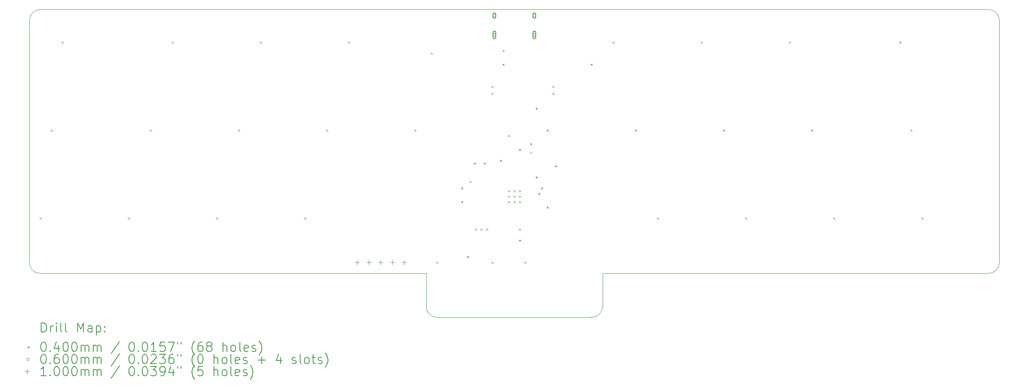
<source format=gbr>
%TF.GenerationSoftware,KiCad,Pcbnew,7.0.6*%
%TF.CreationDate,2023-07-16T23:36:36-04:00*%
%TF.ProjectId,littolRP2040,6c697474-6f6c-4525-9032-3034302e6b69,rev?*%
%TF.SameCoordinates,PX2d6b3a0PY7e098dc*%
%TF.FileFunction,Drillmap*%
%TF.FilePolarity,Positive*%
%FSLAX45Y45*%
G04 Gerber Fmt 4.5, Leading zero omitted, Abs format (unit mm)*
G04 Created by KiCad (PCBNEW 7.0.6) date 2023-07-16 23:36:36*
%MOMM*%
%LPD*%
G01*
G04 APERTURE LIST*
%ADD10C,0.100000*%
%ADD11C,0.200000*%
%ADD12C,0.040000*%
%ADD13C,0.060000*%
G04 APERTURE END LIST*
D10*
X0Y1180414D02*
G75*
G03*
X227912Y952502I227908J-3D01*
G01*
X238126Y6667519D02*
G75*
G03*
X0Y6429391I2J-238128D01*
G01*
X20716927Y952506D02*
G75*
G03*
X20955053Y1190628I1J238125D01*
G01*
X20955054Y6439605D02*
G75*
G03*
X20716927Y6667517I-233016J-5104D01*
G01*
X12144406Y-2D02*
G75*
G03*
X12382531Y238126I2J238123D01*
G01*
X8572522Y227912D02*
X8572522Y952502D01*
X12382531Y952502D02*
X12382531Y238126D01*
X8572527Y227912D02*
G75*
G03*
X8800433Y0I227911J-1D01*
G01*
X20955053Y6439605D02*
X20955053Y1190628D01*
X8572522Y952502D02*
X227912Y952502D01*
X20716927Y952502D02*
X12382531Y952502D01*
X238126Y6667517D02*
X20716927Y6667517D01*
X12144406Y0D02*
X8800433Y0D01*
X0Y1180414D02*
X0Y6429391D01*
D11*
D12*
X218126Y2163130D02*
X258126Y2123130D01*
X258126Y2163130D02*
X218126Y2123130D01*
X456251Y4068135D02*
X496251Y4028135D01*
X496251Y4068135D02*
X456251Y4028135D01*
X694377Y5973140D02*
X734377Y5933140D01*
X734377Y5973140D02*
X694377Y5933140D01*
X2123130Y2163130D02*
X2163130Y2123130D01*
X2163130Y2163130D02*
X2123130Y2123130D01*
X2599382Y4068135D02*
X2639382Y4028135D01*
X2639382Y4068135D02*
X2599382Y4028135D01*
X3075633Y5973140D02*
X3115633Y5933140D01*
X3115633Y5973140D02*
X3075633Y5933140D01*
X4028135Y2163130D02*
X4068135Y2123130D01*
X4068135Y2163130D02*
X4028135Y2123130D01*
X4504386Y4068135D02*
X4544386Y4028135D01*
X4544386Y4068135D02*
X4504386Y4028135D01*
X4980638Y5973140D02*
X5020638Y5933140D01*
X5020638Y5973140D02*
X4980638Y5933140D01*
X5933140Y2163130D02*
X5973140Y2123130D01*
X5973140Y2163130D02*
X5933140Y2123130D01*
X6409391Y4068135D02*
X6449391Y4028135D01*
X6449391Y4068135D02*
X6409391Y4028135D01*
X6885642Y5973140D02*
X6925642Y5933140D01*
X6925642Y5973140D02*
X6885642Y5933140D01*
X8314396Y4068135D02*
X8354396Y4028135D01*
X8354396Y4068135D02*
X8314396Y4028135D01*
X8671584Y5735014D02*
X8711584Y5695014D01*
X8711584Y5735014D02*
X8671584Y5695014D01*
X8790647Y1210628D02*
X8830647Y1170628D01*
X8830647Y1210628D02*
X8790647Y1170628D01*
X9326430Y2817976D02*
X9366430Y2777976D01*
X9366430Y2817976D02*
X9326430Y2777976D01*
X9326430Y2520319D02*
X9366430Y2480319D01*
X9366430Y2520319D02*
X9326430Y2480319D01*
X9445493Y1329691D02*
X9485493Y1289691D01*
X9485493Y1329691D02*
X9445493Y1289691D01*
X9505024Y2962351D02*
X9545024Y2922351D01*
X9545024Y2962351D02*
X9505024Y2922351D01*
X9600024Y3353758D02*
X9640024Y3313758D01*
X9640024Y3353758D02*
X9600024Y3313758D01*
X9624087Y1925005D02*
X9664087Y1885005D01*
X9664087Y1925005D02*
X9624087Y1885005D01*
X9743150Y1925005D02*
X9783150Y1885005D01*
X9783150Y1925005D02*
X9743150Y1885005D01*
X9814212Y3353758D02*
X9854212Y3313758D01*
X9854212Y3353758D02*
X9814212Y3313758D01*
X9862212Y1925005D02*
X9902212Y1885005D01*
X9902212Y1925005D02*
X9862212Y1885005D01*
X9981275Y5020638D02*
X10021275Y4980638D01*
X10021275Y5020638D02*
X9981275Y4980638D01*
X9981275Y4867356D02*
X10021275Y4827356D01*
X10021275Y4867356D02*
X9981275Y4827356D01*
X9981275Y1210628D02*
X10021275Y1170628D01*
X10021275Y1210628D02*
X9981275Y1170628D01*
X10159869Y3413290D02*
X10199869Y3373290D01*
X10199869Y3413290D02*
X10159869Y3373290D01*
X10219401Y5794546D02*
X10259401Y5754546D01*
X10259401Y5794546D02*
X10219401Y5754546D01*
X10219401Y5496889D02*
X10259401Y5456889D01*
X10259401Y5496889D02*
X10219401Y5456889D01*
X10338464Y3949072D02*
X10378464Y3909072D01*
X10378464Y3949072D02*
X10338464Y3909072D01*
X10338464Y2758444D02*
X10378464Y2718444D01*
X10378464Y2758444D02*
X10338464Y2718444D01*
X10338464Y2639382D02*
X10378464Y2599382D01*
X10378464Y2639382D02*
X10338464Y2599382D01*
X10338464Y2520319D02*
X10378464Y2480319D01*
X10378464Y2520319D02*
X10338464Y2480319D01*
X10457526Y2758444D02*
X10497526Y2718444D01*
X10497526Y2758444D02*
X10457526Y2718444D01*
X10457526Y2639382D02*
X10497526Y2599382D01*
X10497526Y2639382D02*
X10457526Y2599382D01*
X10457526Y2520319D02*
X10497526Y2480319D01*
X10497526Y2520319D02*
X10457526Y2480319D01*
X10576589Y3651415D02*
X10616589Y3611415D01*
X10616589Y3651415D02*
X10576589Y3611415D01*
X10576589Y2758444D02*
X10616589Y2718444D01*
X10616589Y2758444D02*
X10576589Y2718444D01*
X10576589Y2639382D02*
X10616589Y2599382D01*
X10616589Y2639382D02*
X10576589Y2599382D01*
X10576589Y2520319D02*
X10616589Y2480319D01*
X10616589Y2520319D02*
X10576589Y2480319D01*
X10576589Y1925005D02*
X10616589Y1885005D01*
X10616589Y1925005D02*
X10576589Y1885005D01*
X10576589Y1686879D02*
X10616589Y1646879D01*
X10616589Y1686879D02*
X10576589Y1646879D01*
X10695652Y1210628D02*
X10735652Y1170628D01*
X10735652Y1210628D02*
X10695652Y1170628D01*
X10814715Y3770478D02*
X10854715Y3730478D01*
X10854715Y3770478D02*
X10814715Y3730478D01*
X10814715Y3591884D02*
X10854715Y3551884D01*
X10854715Y3591884D02*
X10814715Y3551884D01*
X10933778Y4544386D02*
X10973778Y4504386D01*
X10973778Y4544386D02*
X10933778Y4504386D01*
X10933778Y3056101D02*
X10973778Y3016101D01*
X10973778Y3056101D02*
X10933778Y3016101D01*
X10993309Y2698913D02*
X11033309Y2658913D01*
X11033309Y2698913D02*
X10993309Y2658913D01*
X11052840Y2817976D02*
X11092840Y2777976D01*
X11092840Y2817976D02*
X11052840Y2777976D01*
X11171903Y4068135D02*
X11211903Y4028135D01*
X11211903Y4068135D02*
X11171903Y4028135D01*
X11171903Y2401256D02*
X11211903Y2361256D01*
X11211903Y2401256D02*
X11171903Y2361256D01*
X11290966Y5020638D02*
X11330966Y4980638D01*
X11330966Y5020638D02*
X11290966Y4980638D01*
X11290966Y4867356D02*
X11330966Y4827356D01*
X11330966Y4867356D02*
X11290966Y4827356D01*
X11350497Y3294227D02*
X11390497Y3254227D01*
X11390497Y3294227D02*
X11350497Y3254227D01*
X12124406Y5496889D02*
X12164406Y5456889D01*
X12164406Y5496889D02*
X12124406Y5456889D01*
X12600657Y5973140D02*
X12640657Y5933140D01*
X12640657Y5973140D02*
X12600657Y5933140D01*
X13076908Y4068135D02*
X13116908Y4028135D01*
X13116908Y4068135D02*
X13076908Y4028135D01*
X13553159Y2163130D02*
X13593159Y2123130D01*
X13593159Y2163130D02*
X13553159Y2123130D01*
X14505662Y5973140D02*
X14545662Y5933140D01*
X14545662Y5973140D02*
X14505662Y5933140D01*
X14981913Y4068135D02*
X15021913Y4028135D01*
X15021913Y4068135D02*
X14981913Y4028135D01*
X15458164Y2163130D02*
X15498164Y2123130D01*
X15498164Y2163130D02*
X15458164Y2123130D01*
X16410666Y5973140D02*
X16450666Y5933140D01*
X16450666Y5973140D02*
X16410666Y5933140D01*
X16886918Y4068135D02*
X16926918Y4028135D01*
X16926918Y4068135D02*
X16886918Y4028135D01*
X17363169Y2163130D02*
X17403169Y2123130D01*
X17403169Y2163130D02*
X17363169Y2123130D01*
X18791922Y5973140D02*
X18831922Y5933140D01*
X18831922Y5973140D02*
X18791922Y5933140D01*
X19030048Y4068135D02*
X19070048Y4028135D01*
X19070048Y4068135D02*
X19030048Y4028135D01*
X19268174Y2163130D02*
X19308174Y2123130D01*
X19308174Y2163130D02*
X19268174Y2123130D01*
D13*
X10075526Y6534391D02*
G75*
G03*
X10075526Y6534391I-30000J0D01*
G01*
D11*
X10015526Y6564391D02*
X10015526Y6504391D01*
X10015526Y6504391D02*
G75*
G03*
X10075526Y6504391I30000J0D01*
G01*
X10075526Y6504391D02*
X10075526Y6564391D01*
X10075526Y6564391D02*
G75*
G03*
X10015526Y6564391I-30000J0D01*
G01*
D13*
X10075526Y6116391D02*
G75*
G03*
X10075526Y6116391I-30000J0D01*
G01*
D11*
X10015526Y6171391D02*
X10015526Y6061391D01*
X10015526Y6061391D02*
G75*
G03*
X10075526Y6061391I30000J0D01*
G01*
X10075526Y6061391D02*
X10075526Y6171391D01*
X10075526Y6171391D02*
G75*
G03*
X10015526Y6171391I-30000J0D01*
G01*
D13*
X10939526Y6534391D02*
G75*
G03*
X10939526Y6534391I-30000J0D01*
G01*
D11*
X10879526Y6564391D02*
X10879526Y6504391D01*
X10879526Y6504391D02*
G75*
G03*
X10939526Y6504391I30000J0D01*
G01*
X10939526Y6504391D02*
X10939526Y6564391D01*
X10939526Y6564391D02*
G75*
G03*
X10879526Y6564391I-30000J0D01*
G01*
D13*
X10939526Y6116391D02*
G75*
G03*
X10939526Y6116391I-30000J0D01*
G01*
D11*
X10879526Y6171391D02*
X10879526Y6061391D01*
X10879526Y6061391D02*
G75*
G03*
X10939526Y6061391I30000J0D01*
G01*
X10939526Y6061391D02*
X10939526Y6171391D01*
X10939526Y6171391D02*
G75*
G03*
X10879526Y6171391I-30000J0D01*
G01*
D10*
X7080270Y1240628D02*
X7080270Y1140628D01*
X7030270Y1190628D02*
X7130270Y1190628D01*
X7334270Y1240628D02*
X7334270Y1140628D01*
X7284270Y1190628D02*
X7384270Y1190628D01*
X7588270Y1240628D02*
X7588270Y1140628D01*
X7538270Y1190628D02*
X7638270Y1190628D01*
X7842270Y1240628D02*
X7842270Y1140628D01*
X7792270Y1190628D02*
X7892270Y1190628D01*
X8096270Y1240628D02*
X8096270Y1140628D01*
X8046270Y1190628D02*
X8146270Y1190628D01*
D11*
X255776Y-316486D02*
X255776Y-116486D01*
X255776Y-116486D02*
X303395Y-116486D01*
X303395Y-116486D02*
X331967Y-126010D01*
X331967Y-126010D02*
X351014Y-145058D01*
X351014Y-145058D02*
X360538Y-164105D01*
X360538Y-164105D02*
X370062Y-202200D01*
X370062Y-202200D02*
X370062Y-230772D01*
X370062Y-230772D02*
X360538Y-268867D01*
X360538Y-268867D02*
X351014Y-287915D01*
X351014Y-287915D02*
X331967Y-306962D01*
X331967Y-306962D02*
X303395Y-316486D01*
X303395Y-316486D02*
X255776Y-316486D01*
X455776Y-316486D02*
X455776Y-183153D01*
X455776Y-221248D02*
X465300Y-202200D01*
X465300Y-202200D02*
X474824Y-192677D01*
X474824Y-192677D02*
X493872Y-183153D01*
X493872Y-183153D02*
X512919Y-183153D01*
X579586Y-316486D02*
X579586Y-183153D01*
X579586Y-116486D02*
X570062Y-126010D01*
X570062Y-126010D02*
X579586Y-135534D01*
X579586Y-135534D02*
X589110Y-126010D01*
X589110Y-126010D02*
X579586Y-116486D01*
X579586Y-116486D02*
X579586Y-135534D01*
X703395Y-316486D02*
X684348Y-306962D01*
X684348Y-306962D02*
X674824Y-287915D01*
X674824Y-287915D02*
X674824Y-116486D01*
X808157Y-316486D02*
X789110Y-306962D01*
X789110Y-306962D02*
X779586Y-287915D01*
X779586Y-287915D02*
X779586Y-116486D01*
X1036729Y-316486D02*
X1036729Y-116486D01*
X1036729Y-116486D02*
X1103396Y-259343D01*
X1103396Y-259343D02*
X1170062Y-116486D01*
X1170062Y-116486D02*
X1170062Y-316486D01*
X1351015Y-316486D02*
X1351015Y-211724D01*
X1351015Y-211724D02*
X1341491Y-192677D01*
X1341491Y-192677D02*
X1322443Y-183153D01*
X1322443Y-183153D02*
X1284348Y-183153D01*
X1284348Y-183153D02*
X1265300Y-192677D01*
X1351015Y-306962D02*
X1331967Y-316486D01*
X1331967Y-316486D02*
X1284348Y-316486D01*
X1284348Y-316486D02*
X1265300Y-306962D01*
X1265300Y-306962D02*
X1255776Y-287915D01*
X1255776Y-287915D02*
X1255776Y-268867D01*
X1255776Y-268867D02*
X1265300Y-249819D01*
X1265300Y-249819D02*
X1284348Y-240296D01*
X1284348Y-240296D02*
X1331967Y-240296D01*
X1331967Y-240296D02*
X1351015Y-230772D01*
X1446253Y-183153D02*
X1446253Y-383153D01*
X1446253Y-192677D02*
X1465300Y-183153D01*
X1465300Y-183153D02*
X1503395Y-183153D01*
X1503395Y-183153D02*
X1522443Y-192677D01*
X1522443Y-192677D02*
X1531967Y-202200D01*
X1531967Y-202200D02*
X1541491Y-221248D01*
X1541491Y-221248D02*
X1541491Y-278391D01*
X1541491Y-278391D02*
X1531967Y-297439D01*
X1531967Y-297439D02*
X1522443Y-306962D01*
X1522443Y-306962D02*
X1503395Y-316486D01*
X1503395Y-316486D02*
X1465300Y-316486D01*
X1465300Y-316486D02*
X1446253Y-306962D01*
X1627205Y-297439D02*
X1636729Y-306962D01*
X1636729Y-306962D02*
X1627205Y-316486D01*
X1627205Y-316486D02*
X1617681Y-306962D01*
X1617681Y-306962D02*
X1627205Y-297439D01*
X1627205Y-297439D02*
X1627205Y-316486D01*
X1627205Y-192677D02*
X1636729Y-202200D01*
X1636729Y-202200D02*
X1627205Y-211724D01*
X1627205Y-211724D02*
X1617681Y-202200D01*
X1617681Y-202200D02*
X1627205Y-192677D01*
X1627205Y-192677D02*
X1627205Y-211724D01*
D12*
X-45000Y-625002D02*
X-5000Y-665002D01*
X-5000Y-625002D02*
X-45000Y-665002D01*
D11*
X293872Y-536486D02*
X312919Y-536486D01*
X312919Y-536486D02*
X331967Y-546010D01*
X331967Y-546010D02*
X341491Y-555534D01*
X341491Y-555534D02*
X351014Y-574581D01*
X351014Y-574581D02*
X360538Y-612677D01*
X360538Y-612677D02*
X360538Y-660296D01*
X360538Y-660296D02*
X351014Y-698391D01*
X351014Y-698391D02*
X341491Y-717438D01*
X341491Y-717438D02*
X331967Y-726962D01*
X331967Y-726962D02*
X312919Y-736486D01*
X312919Y-736486D02*
X293872Y-736486D01*
X293872Y-736486D02*
X274824Y-726962D01*
X274824Y-726962D02*
X265300Y-717438D01*
X265300Y-717438D02*
X255776Y-698391D01*
X255776Y-698391D02*
X246253Y-660296D01*
X246253Y-660296D02*
X246253Y-612677D01*
X246253Y-612677D02*
X255776Y-574581D01*
X255776Y-574581D02*
X265300Y-555534D01*
X265300Y-555534D02*
X274824Y-546010D01*
X274824Y-546010D02*
X293872Y-536486D01*
X446253Y-717438D02*
X455776Y-726962D01*
X455776Y-726962D02*
X446253Y-736486D01*
X446253Y-736486D02*
X436729Y-726962D01*
X436729Y-726962D02*
X446253Y-717438D01*
X446253Y-717438D02*
X446253Y-736486D01*
X627205Y-603153D02*
X627205Y-736486D01*
X579586Y-526962D02*
X531967Y-669820D01*
X531967Y-669820D02*
X655776Y-669820D01*
X770062Y-536486D02*
X789110Y-536486D01*
X789110Y-536486D02*
X808157Y-546010D01*
X808157Y-546010D02*
X817681Y-555534D01*
X817681Y-555534D02*
X827205Y-574581D01*
X827205Y-574581D02*
X836729Y-612677D01*
X836729Y-612677D02*
X836729Y-660296D01*
X836729Y-660296D02*
X827205Y-698391D01*
X827205Y-698391D02*
X817681Y-717438D01*
X817681Y-717438D02*
X808157Y-726962D01*
X808157Y-726962D02*
X789110Y-736486D01*
X789110Y-736486D02*
X770062Y-736486D01*
X770062Y-736486D02*
X751014Y-726962D01*
X751014Y-726962D02*
X741491Y-717438D01*
X741491Y-717438D02*
X731967Y-698391D01*
X731967Y-698391D02*
X722443Y-660296D01*
X722443Y-660296D02*
X722443Y-612677D01*
X722443Y-612677D02*
X731967Y-574581D01*
X731967Y-574581D02*
X741491Y-555534D01*
X741491Y-555534D02*
X751014Y-546010D01*
X751014Y-546010D02*
X770062Y-536486D01*
X960538Y-536486D02*
X979586Y-536486D01*
X979586Y-536486D02*
X998634Y-546010D01*
X998634Y-546010D02*
X1008157Y-555534D01*
X1008157Y-555534D02*
X1017681Y-574581D01*
X1017681Y-574581D02*
X1027205Y-612677D01*
X1027205Y-612677D02*
X1027205Y-660296D01*
X1027205Y-660296D02*
X1017681Y-698391D01*
X1017681Y-698391D02*
X1008157Y-717438D01*
X1008157Y-717438D02*
X998634Y-726962D01*
X998634Y-726962D02*
X979586Y-736486D01*
X979586Y-736486D02*
X960538Y-736486D01*
X960538Y-736486D02*
X941491Y-726962D01*
X941491Y-726962D02*
X931967Y-717438D01*
X931967Y-717438D02*
X922443Y-698391D01*
X922443Y-698391D02*
X912919Y-660296D01*
X912919Y-660296D02*
X912919Y-612677D01*
X912919Y-612677D02*
X922443Y-574581D01*
X922443Y-574581D02*
X931967Y-555534D01*
X931967Y-555534D02*
X941491Y-546010D01*
X941491Y-546010D02*
X960538Y-536486D01*
X1112919Y-736486D02*
X1112919Y-603153D01*
X1112919Y-622200D02*
X1122443Y-612677D01*
X1122443Y-612677D02*
X1141491Y-603153D01*
X1141491Y-603153D02*
X1170062Y-603153D01*
X1170062Y-603153D02*
X1189110Y-612677D01*
X1189110Y-612677D02*
X1198634Y-631724D01*
X1198634Y-631724D02*
X1198634Y-736486D01*
X1198634Y-631724D02*
X1208157Y-612677D01*
X1208157Y-612677D02*
X1227205Y-603153D01*
X1227205Y-603153D02*
X1255776Y-603153D01*
X1255776Y-603153D02*
X1274824Y-612677D01*
X1274824Y-612677D02*
X1284348Y-631724D01*
X1284348Y-631724D02*
X1284348Y-736486D01*
X1379586Y-736486D02*
X1379586Y-603153D01*
X1379586Y-622200D02*
X1389110Y-612677D01*
X1389110Y-612677D02*
X1408157Y-603153D01*
X1408157Y-603153D02*
X1436729Y-603153D01*
X1436729Y-603153D02*
X1455776Y-612677D01*
X1455776Y-612677D02*
X1465300Y-631724D01*
X1465300Y-631724D02*
X1465300Y-736486D01*
X1465300Y-631724D02*
X1474824Y-612677D01*
X1474824Y-612677D02*
X1493872Y-603153D01*
X1493872Y-603153D02*
X1522443Y-603153D01*
X1522443Y-603153D02*
X1541491Y-612677D01*
X1541491Y-612677D02*
X1551015Y-631724D01*
X1551015Y-631724D02*
X1551015Y-736486D01*
X1941491Y-526962D02*
X1770062Y-784105D01*
X2198634Y-536486D02*
X2217681Y-536486D01*
X2217681Y-536486D02*
X2236729Y-546010D01*
X2236729Y-546010D02*
X2246253Y-555534D01*
X2246253Y-555534D02*
X2255777Y-574581D01*
X2255777Y-574581D02*
X2265300Y-612677D01*
X2265300Y-612677D02*
X2265300Y-660296D01*
X2265300Y-660296D02*
X2255777Y-698391D01*
X2255777Y-698391D02*
X2246253Y-717438D01*
X2246253Y-717438D02*
X2236729Y-726962D01*
X2236729Y-726962D02*
X2217681Y-736486D01*
X2217681Y-736486D02*
X2198634Y-736486D01*
X2198634Y-736486D02*
X2179586Y-726962D01*
X2179586Y-726962D02*
X2170062Y-717438D01*
X2170062Y-717438D02*
X2160539Y-698391D01*
X2160539Y-698391D02*
X2151015Y-660296D01*
X2151015Y-660296D02*
X2151015Y-612677D01*
X2151015Y-612677D02*
X2160539Y-574581D01*
X2160539Y-574581D02*
X2170062Y-555534D01*
X2170062Y-555534D02*
X2179586Y-546010D01*
X2179586Y-546010D02*
X2198634Y-536486D01*
X2351015Y-717438D02*
X2360539Y-726962D01*
X2360539Y-726962D02*
X2351015Y-736486D01*
X2351015Y-736486D02*
X2341491Y-726962D01*
X2341491Y-726962D02*
X2351015Y-717438D01*
X2351015Y-717438D02*
X2351015Y-736486D01*
X2484348Y-536486D02*
X2503396Y-536486D01*
X2503396Y-536486D02*
X2522443Y-546010D01*
X2522443Y-546010D02*
X2531967Y-555534D01*
X2531967Y-555534D02*
X2541491Y-574581D01*
X2541491Y-574581D02*
X2551015Y-612677D01*
X2551015Y-612677D02*
X2551015Y-660296D01*
X2551015Y-660296D02*
X2541491Y-698391D01*
X2541491Y-698391D02*
X2531967Y-717438D01*
X2531967Y-717438D02*
X2522443Y-726962D01*
X2522443Y-726962D02*
X2503396Y-736486D01*
X2503396Y-736486D02*
X2484348Y-736486D01*
X2484348Y-736486D02*
X2465300Y-726962D01*
X2465300Y-726962D02*
X2455777Y-717438D01*
X2455777Y-717438D02*
X2446253Y-698391D01*
X2446253Y-698391D02*
X2436729Y-660296D01*
X2436729Y-660296D02*
X2436729Y-612677D01*
X2436729Y-612677D02*
X2446253Y-574581D01*
X2446253Y-574581D02*
X2455777Y-555534D01*
X2455777Y-555534D02*
X2465300Y-546010D01*
X2465300Y-546010D02*
X2484348Y-536486D01*
X2741491Y-736486D02*
X2627205Y-736486D01*
X2684348Y-736486D02*
X2684348Y-536486D01*
X2684348Y-536486D02*
X2665300Y-565058D01*
X2665300Y-565058D02*
X2646253Y-584105D01*
X2646253Y-584105D02*
X2627205Y-593629D01*
X2922443Y-536486D02*
X2827205Y-536486D01*
X2827205Y-536486D02*
X2817681Y-631724D01*
X2817681Y-631724D02*
X2827205Y-622200D01*
X2827205Y-622200D02*
X2846253Y-612677D01*
X2846253Y-612677D02*
X2893872Y-612677D01*
X2893872Y-612677D02*
X2912919Y-622200D01*
X2912919Y-622200D02*
X2922443Y-631724D01*
X2922443Y-631724D02*
X2931967Y-650772D01*
X2931967Y-650772D02*
X2931967Y-698391D01*
X2931967Y-698391D02*
X2922443Y-717438D01*
X2922443Y-717438D02*
X2912919Y-726962D01*
X2912919Y-726962D02*
X2893872Y-736486D01*
X2893872Y-736486D02*
X2846253Y-736486D01*
X2846253Y-736486D02*
X2827205Y-726962D01*
X2827205Y-726962D02*
X2817681Y-717438D01*
X2998634Y-536486D02*
X3131967Y-536486D01*
X3131967Y-536486D02*
X3046253Y-736486D01*
X3198634Y-536486D02*
X3198634Y-574581D01*
X3274824Y-536486D02*
X3274824Y-574581D01*
X3570062Y-812677D02*
X3560539Y-803153D01*
X3560539Y-803153D02*
X3541491Y-774581D01*
X3541491Y-774581D02*
X3531967Y-755534D01*
X3531967Y-755534D02*
X3522443Y-726962D01*
X3522443Y-726962D02*
X3512920Y-679343D01*
X3512920Y-679343D02*
X3512920Y-641248D01*
X3512920Y-641248D02*
X3522443Y-593629D01*
X3522443Y-593629D02*
X3531967Y-565058D01*
X3531967Y-565058D02*
X3541491Y-546010D01*
X3541491Y-546010D02*
X3560539Y-517438D01*
X3560539Y-517438D02*
X3570062Y-507915D01*
X3731967Y-536486D02*
X3693872Y-536486D01*
X3693872Y-536486D02*
X3674824Y-546010D01*
X3674824Y-546010D02*
X3665300Y-555534D01*
X3665300Y-555534D02*
X3646253Y-584105D01*
X3646253Y-584105D02*
X3636729Y-622200D01*
X3636729Y-622200D02*
X3636729Y-698391D01*
X3636729Y-698391D02*
X3646253Y-717438D01*
X3646253Y-717438D02*
X3655777Y-726962D01*
X3655777Y-726962D02*
X3674824Y-736486D01*
X3674824Y-736486D02*
X3712920Y-736486D01*
X3712920Y-736486D02*
X3731967Y-726962D01*
X3731967Y-726962D02*
X3741491Y-717438D01*
X3741491Y-717438D02*
X3751015Y-698391D01*
X3751015Y-698391D02*
X3751015Y-650772D01*
X3751015Y-650772D02*
X3741491Y-631724D01*
X3741491Y-631724D02*
X3731967Y-622200D01*
X3731967Y-622200D02*
X3712920Y-612677D01*
X3712920Y-612677D02*
X3674824Y-612677D01*
X3674824Y-612677D02*
X3655777Y-622200D01*
X3655777Y-622200D02*
X3646253Y-631724D01*
X3646253Y-631724D02*
X3636729Y-650772D01*
X3865300Y-622200D02*
X3846253Y-612677D01*
X3846253Y-612677D02*
X3836729Y-603153D01*
X3836729Y-603153D02*
X3827205Y-584105D01*
X3827205Y-584105D02*
X3827205Y-574581D01*
X3827205Y-574581D02*
X3836729Y-555534D01*
X3836729Y-555534D02*
X3846253Y-546010D01*
X3846253Y-546010D02*
X3865300Y-536486D01*
X3865300Y-536486D02*
X3903396Y-536486D01*
X3903396Y-536486D02*
X3922443Y-546010D01*
X3922443Y-546010D02*
X3931967Y-555534D01*
X3931967Y-555534D02*
X3941491Y-574581D01*
X3941491Y-574581D02*
X3941491Y-584105D01*
X3941491Y-584105D02*
X3931967Y-603153D01*
X3931967Y-603153D02*
X3922443Y-612677D01*
X3922443Y-612677D02*
X3903396Y-622200D01*
X3903396Y-622200D02*
X3865300Y-622200D01*
X3865300Y-622200D02*
X3846253Y-631724D01*
X3846253Y-631724D02*
X3836729Y-641248D01*
X3836729Y-641248D02*
X3827205Y-660296D01*
X3827205Y-660296D02*
X3827205Y-698391D01*
X3827205Y-698391D02*
X3836729Y-717438D01*
X3836729Y-717438D02*
X3846253Y-726962D01*
X3846253Y-726962D02*
X3865300Y-736486D01*
X3865300Y-736486D02*
X3903396Y-736486D01*
X3903396Y-736486D02*
X3922443Y-726962D01*
X3922443Y-726962D02*
X3931967Y-717438D01*
X3931967Y-717438D02*
X3941491Y-698391D01*
X3941491Y-698391D02*
X3941491Y-660296D01*
X3941491Y-660296D02*
X3931967Y-641248D01*
X3931967Y-641248D02*
X3922443Y-631724D01*
X3922443Y-631724D02*
X3903396Y-622200D01*
X4179586Y-736486D02*
X4179586Y-536486D01*
X4265301Y-736486D02*
X4265301Y-631724D01*
X4265301Y-631724D02*
X4255777Y-612677D01*
X4255777Y-612677D02*
X4236729Y-603153D01*
X4236729Y-603153D02*
X4208158Y-603153D01*
X4208158Y-603153D02*
X4189110Y-612677D01*
X4189110Y-612677D02*
X4179586Y-622200D01*
X4389110Y-736486D02*
X4370063Y-726962D01*
X4370063Y-726962D02*
X4360539Y-717438D01*
X4360539Y-717438D02*
X4351015Y-698391D01*
X4351015Y-698391D02*
X4351015Y-641248D01*
X4351015Y-641248D02*
X4360539Y-622200D01*
X4360539Y-622200D02*
X4370063Y-612677D01*
X4370063Y-612677D02*
X4389110Y-603153D01*
X4389110Y-603153D02*
X4417682Y-603153D01*
X4417682Y-603153D02*
X4436729Y-612677D01*
X4436729Y-612677D02*
X4446253Y-622200D01*
X4446253Y-622200D02*
X4455777Y-641248D01*
X4455777Y-641248D02*
X4455777Y-698391D01*
X4455777Y-698391D02*
X4446253Y-717438D01*
X4446253Y-717438D02*
X4436729Y-726962D01*
X4436729Y-726962D02*
X4417682Y-736486D01*
X4417682Y-736486D02*
X4389110Y-736486D01*
X4570063Y-736486D02*
X4551015Y-726962D01*
X4551015Y-726962D02*
X4541491Y-707915D01*
X4541491Y-707915D02*
X4541491Y-536486D01*
X4722444Y-726962D02*
X4703396Y-736486D01*
X4703396Y-736486D02*
X4665301Y-736486D01*
X4665301Y-736486D02*
X4646253Y-726962D01*
X4646253Y-726962D02*
X4636729Y-707915D01*
X4636729Y-707915D02*
X4636729Y-631724D01*
X4636729Y-631724D02*
X4646253Y-612677D01*
X4646253Y-612677D02*
X4665301Y-603153D01*
X4665301Y-603153D02*
X4703396Y-603153D01*
X4703396Y-603153D02*
X4722444Y-612677D01*
X4722444Y-612677D02*
X4731967Y-631724D01*
X4731967Y-631724D02*
X4731967Y-650772D01*
X4731967Y-650772D02*
X4636729Y-669820D01*
X4808158Y-726962D02*
X4827205Y-736486D01*
X4827205Y-736486D02*
X4865301Y-736486D01*
X4865301Y-736486D02*
X4884348Y-726962D01*
X4884348Y-726962D02*
X4893872Y-707915D01*
X4893872Y-707915D02*
X4893872Y-698391D01*
X4893872Y-698391D02*
X4884348Y-679343D01*
X4884348Y-679343D02*
X4865301Y-669820D01*
X4865301Y-669820D02*
X4836729Y-669820D01*
X4836729Y-669820D02*
X4817682Y-660296D01*
X4817682Y-660296D02*
X4808158Y-641248D01*
X4808158Y-641248D02*
X4808158Y-631724D01*
X4808158Y-631724D02*
X4817682Y-612677D01*
X4817682Y-612677D02*
X4836729Y-603153D01*
X4836729Y-603153D02*
X4865301Y-603153D01*
X4865301Y-603153D02*
X4884348Y-612677D01*
X4960539Y-812677D02*
X4970063Y-803153D01*
X4970063Y-803153D02*
X4989110Y-774581D01*
X4989110Y-774581D02*
X4998634Y-755534D01*
X4998634Y-755534D02*
X5008158Y-726962D01*
X5008158Y-726962D02*
X5017682Y-679343D01*
X5017682Y-679343D02*
X5017682Y-641248D01*
X5017682Y-641248D02*
X5008158Y-593629D01*
X5008158Y-593629D02*
X4998634Y-565058D01*
X4998634Y-565058D02*
X4989110Y-546010D01*
X4989110Y-546010D02*
X4970063Y-517438D01*
X4970063Y-517438D02*
X4960539Y-507915D01*
D13*
X-5000Y-909002D02*
G75*
G03*
X-5000Y-909002I-30000J0D01*
G01*
D11*
X293872Y-800486D02*
X312919Y-800486D01*
X312919Y-800486D02*
X331967Y-810010D01*
X331967Y-810010D02*
X341491Y-819534D01*
X341491Y-819534D02*
X351014Y-838581D01*
X351014Y-838581D02*
X360538Y-876677D01*
X360538Y-876677D02*
X360538Y-924296D01*
X360538Y-924296D02*
X351014Y-962391D01*
X351014Y-962391D02*
X341491Y-981438D01*
X341491Y-981438D02*
X331967Y-990962D01*
X331967Y-990962D02*
X312919Y-1000486D01*
X312919Y-1000486D02*
X293872Y-1000486D01*
X293872Y-1000486D02*
X274824Y-990962D01*
X274824Y-990962D02*
X265300Y-981438D01*
X265300Y-981438D02*
X255776Y-962391D01*
X255776Y-962391D02*
X246253Y-924296D01*
X246253Y-924296D02*
X246253Y-876677D01*
X246253Y-876677D02*
X255776Y-838581D01*
X255776Y-838581D02*
X265300Y-819534D01*
X265300Y-819534D02*
X274824Y-810010D01*
X274824Y-810010D02*
X293872Y-800486D01*
X446253Y-981438D02*
X455776Y-990962D01*
X455776Y-990962D02*
X446253Y-1000486D01*
X446253Y-1000486D02*
X436729Y-990962D01*
X436729Y-990962D02*
X446253Y-981438D01*
X446253Y-981438D02*
X446253Y-1000486D01*
X627205Y-800486D02*
X589110Y-800486D01*
X589110Y-800486D02*
X570062Y-810010D01*
X570062Y-810010D02*
X560538Y-819534D01*
X560538Y-819534D02*
X541491Y-848105D01*
X541491Y-848105D02*
X531967Y-886200D01*
X531967Y-886200D02*
X531967Y-962391D01*
X531967Y-962391D02*
X541491Y-981438D01*
X541491Y-981438D02*
X551015Y-990962D01*
X551015Y-990962D02*
X570062Y-1000486D01*
X570062Y-1000486D02*
X608157Y-1000486D01*
X608157Y-1000486D02*
X627205Y-990962D01*
X627205Y-990962D02*
X636729Y-981438D01*
X636729Y-981438D02*
X646253Y-962391D01*
X646253Y-962391D02*
X646253Y-914772D01*
X646253Y-914772D02*
X636729Y-895724D01*
X636729Y-895724D02*
X627205Y-886200D01*
X627205Y-886200D02*
X608157Y-876677D01*
X608157Y-876677D02*
X570062Y-876677D01*
X570062Y-876677D02*
X551015Y-886200D01*
X551015Y-886200D02*
X541491Y-895724D01*
X541491Y-895724D02*
X531967Y-914772D01*
X770062Y-800486D02*
X789110Y-800486D01*
X789110Y-800486D02*
X808157Y-810010D01*
X808157Y-810010D02*
X817681Y-819534D01*
X817681Y-819534D02*
X827205Y-838581D01*
X827205Y-838581D02*
X836729Y-876677D01*
X836729Y-876677D02*
X836729Y-924296D01*
X836729Y-924296D02*
X827205Y-962391D01*
X827205Y-962391D02*
X817681Y-981438D01*
X817681Y-981438D02*
X808157Y-990962D01*
X808157Y-990962D02*
X789110Y-1000486D01*
X789110Y-1000486D02*
X770062Y-1000486D01*
X770062Y-1000486D02*
X751014Y-990962D01*
X751014Y-990962D02*
X741491Y-981438D01*
X741491Y-981438D02*
X731967Y-962391D01*
X731967Y-962391D02*
X722443Y-924296D01*
X722443Y-924296D02*
X722443Y-876677D01*
X722443Y-876677D02*
X731967Y-838581D01*
X731967Y-838581D02*
X741491Y-819534D01*
X741491Y-819534D02*
X751014Y-810010D01*
X751014Y-810010D02*
X770062Y-800486D01*
X960538Y-800486D02*
X979586Y-800486D01*
X979586Y-800486D02*
X998634Y-810010D01*
X998634Y-810010D02*
X1008157Y-819534D01*
X1008157Y-819534D02*
X1017681Y-838581D01*
X1017681Y-838581D02*
X1027205Y-876677D01*
X1027205Y-876677D02*
X1027205Y-924296D01*
X1027205Y-924296D02*
X1017681Y-962391D01*
X1017681Y-962391D02*
X1008157Y-981438D01*
X1008157Y-981438D02*
X998634Y-990962D01*
X998634Y-990962D02*
X979586Y-1000486D01*
X979586Y-1000486D02*
X960538Y-1000486D01*
X960538Y-1000486D02*
X941491Y-990962D01*
X941491Y-990962D02*
X931967Y-981438D01*
X931967Y-981438D02*
X922443Y-962391D01*
X922443Y-962391D02*
X912919Y-924296D01*
X912919Y-924296D02*
X912919Y-876677D01*
X912919Y-876677D02*
X922443Y-838581D01*
X922443Y-838581D02*
X931967Y-819534D01*
X931967Y-819534D02*
X941491Y-810010D01*
X941491Y-810010D02*
X960538Y-800486D01*
X1112919Y-1000486D02*
X1112919Y-867153D01*
X1112919Y-886200D02*
X1122443Y-876677D01*
X1122443Y-876677D02*
X1141491Y-867153D01*
X1141491Y-867153D02*
X1170062Y-867153D01*
X1170062Y-867153D02*
X1189110Y-876677D01*
X1189110Y-876677D02*
X1198634Y-895724D01*
X1198634Y-895724D02*
X1198634Y-1000486D01*
X1198634Y-895724D02*
X1208157Y-876677D01*
X1208157Y-876677D02*
X1227205Y-867153D01*
X1227205Y-867153D02*
X1255776Y-867153D01*
X1255776Y-867153D02*
X1274824Y-876677D01*
X1274824Y-876677D02*
X1284348Y-895724D01*
X1284348Y-895724D02*
X1284348Y-1000486D01*
X1379586Y-1000486D02*
X1379586Y-867153D01*
X1379586Y-886200D02*
X1389110Y-876677D01*
X1389110Y-876677D02*
X1408157Y-867153D01*
X1408157Y-867153D02*
X1436729Y-867153D01*
X1436729Y-867153D02*
X1455776Y-876677D01*
X1455776Y-876677D02*
X1465300Y-895724D01*
X1465300Y-895724D02*
X1465300Y-1000486D01*
X1465300Y-895724D02*
X1474824Y-876677D01*
X1474824Y-876677D02*
X1493872Y-867153D01*
X1493872Y-867153D02*
X1522443Y-867153D01*
X1522443Y-867153D02*
X1541491Y-876677D01*
X1541491Y-876677D02*
X1551015Y-895724D01*
X1551015Y-895724D02*
X1551015Y-1000486D01*
X1941491Y-790962D02*
X1770062Y-1048105D01*
X2198634Y-800486D02*
X2217681Y-800486D01*
X2217681Y-800486D02*
X2236729Y-810010D01*
X2236729Y-810010D02*
X2246253Y-819534D01*
X2246253Y-819534D02*
X2255777Y-838581D01*
X2255777Y-838581D02*
X2265300Y-876677D01*
X2265300Y-876677D02*
X2265300Y-924296D01*
X2265300Y-924296D02*
X2255777Y-962391D01*
X2255777Y-962391D02*
X2246253Y-981438D01*
X2246253Y-981438D02*
X2236729Y-990962D01*
X2236729Y-990962D02*
X2217681Y-1000486D01*
X2217681Y-1000486D02*
X2198634Y-1000486D01*
X2198634Y-1000486D02*
X2179586Y-990962D01*
X2179586Y-990962D02*
X2170062Y-981438D01*
X2170062Y-981438D02*
X2160539Y-962391D01*
X2160539Y-962391D02*
X2151015Y-924296D01*
X2151015Y-924296D02*
X2151015Y-876677D01*
X2151015Y-876677D02*
X2160539Y-838581D01*
X2160539Y-838581D02*
X2170062Y-819534D01*
X2170062Y-819534D02*
X2179586Y-810010D01*
X2179586Y-810010D02*
X2198634Y-800486D01*
X2351015Y-981438D02*
X2360539Y-990962D01*
X2360539Y-990962D02*
X2351015Y-1000486D01*
X2351015Y-1000486D02*
X2341491Y-990962D01*
X2341491Y-990962D02*
X2351015Y-981438D01*
X2351015Y-981438D02*
X2351015Y-1000486D01*
X2484348Y-800486D02*
X2503396Y-800486D01*
X2503396Y-800486D02*
X2522443Y-810010D01*
X2522443Y-810010D02*
X2531967Y-819534D01*
X2531967Y-819534D02*
X2541491Y-838581D01*
X2541491Y-838581D02*
X2551015Y-876677D01*
X2551015Y-876677D02*
X2551015Y-924296D01*
X2551015Y-924296D02*
X2541491Y-962391D01*
X2541491Y-962391D02*
X2531967Y-981438D01*
X2531967Y-981438D02*
X2522443Y-990962D01*
X2522443Y-990962D02*
X2503396Y-1000486D01*
X2503396Y-1000486D02*
X2484348Y-1000486D01*
X2484348Y-1000486D02*
X2465300Y-990962D01*
X2465300Y-990962D02*
X2455777Y-981438D01*
X2455777Y-981438D02*
X2446253Y-962391D01*
X2446253Y-962391D02*
X2436729Y-924296D01*
X2436729Y-924296D02*
X2436729Y-876677D01*
X2436729Y-876677D02*
X2446253Y-838581D01*
X2446253Y-838581D02*
X2455777Y-819534D01*
X2455777Y-819534D02*
X2465300Y-810010D01*
X2465300Y-810010D02*
X2484348Y-800486D01*
X2627205Y-819534D02*
X2636729Y-810010D01*
X2636729Y-810010D02*
X2655777Y-800486D01*
X2655777Y-800486D02*
X2703396Y-800486D01*
X2703396Y-800486D02*
X2722443Y-810010D01*
X2722443Y-810010D02*
X2731967Y-819534D01*
X2731967Y-819534D02*
X2741491Y-838581D01*
X2741491Y-838581D02*
X2741491Y-857629D01*
X2741491Y-857629D02*
X2731967Y-886200D01*
X2731967Y-886200D02*
X2617681Y-1000486D01*
X2617681Y-1000486D02*
X2741491Y-1000486D01*
X2808158Y-800486D02*
X2931967Y-800486D01*
X2931967Y-800486D02*
X2865300Y-876677D01*
X2865300Y-876677D02*
X2893872Y-876677D01*
X2893872Y-876677D02*
X2912919Y-886200D01*
X2912919Y-886200D02*
X2922443Y-895724D01*
X2922443Y-895724D02*
X2931967Y-914772D01*
X2931967Y-914772D02*
X2931967Y-962391D01*
X2931967Y-962391D02*
X2922443Y-981438D01*
X2922443Y-981438D02*
X2912919Y-990962D01*
X2912919Y-990962D02*
X2893872Y-1000486D01*
X2893872Y-1000486D02*
X2836729Y-1000486D01*
X2836729Y-1000486D02*
X2817681Y-990962D01*
X2817681Y-990962D02*
X2808158Y-981438D01*
X3103396Y-800486D02*
X3065300Y-800486D01*
X3065300Y-800486D02*
X3046253Y-810010D01*
X3046253Y-810010D02*
X3036729Y-819534D01*
X3036729Y-819534D02*
X3017681Y-848105D01*
X3017681Y-848105D02*
X3008158Y-886200D01*
X3008158Y-886200D02*
X3008158Y-962391D01*
X3008158Y-962391D02*
X3017681Y-981438D01*
X3017681Y-981438D02*
X3027205Y-990962D01*
X3027205Y-990962D02*
X3046253Y-1000486D01*
X3046253Y-1000486D02*
X3084348Y-1000486D01*
X3084348Y-1000486D02*
X3103396Y-990962D01*
X3103396Y-990962D02*
X3112919Y-981438D01*
X3112919Y-981438D02*
X3122443Y-962391D01*
X3122443Y-962391D02*
X3122443Y-914772D01*
X3122443Y-914772D02*
X3112919Y-895724D01*
X3112919Y-895724D02*
X3103396Y-886200D01*
X3103396Y-886200D02*
X3084348Y-876677D01*
X3084348Y-876677D02*
X3046253Y-876677D01*
X3046253Y-876677D02*
X3027205Y-886200D01*
X3027205Y-886200D02*
X3017681Y-895724D01*
X3017681Y-895724D02*
X3008158Y-914772D01*
X3198634Y-800486D02*
X3198634Y-838581D01*
X3274824Y-800486D02*
X3274824Y-838581D01*
X3570062Y-1076677D02*
X3560539Y-1067153D01*
X3560539Y-1067153D02*
X3541491Y-1038581D01*
X3541491Y-1038581D02*
X3531967Y-1019534D01*
X3531967Y-1019534D02*
X3522443Y-990962D01*
X3522443Y-990962D02*
X3512920Y-943343D01*
X3512920Y-943343D02*
X3512920Y-905248D01*
X3512920Y-905248D02*
X3522443Y-857629D01*
X3522443Y-857629D02*
X3531967Y-829058D01*
X3531967Y-829058D02*
X3541491Y-810010D01*
X3541491Y-810010D02*
X3560539Y-781438D01*
X3560539Y-781438D02*
X3570062Y-771915D01*
X3684348Y-800486D02*
X3703396Y-800486D01*
X3703396Y-800486D02*
X3722443Y-810010D01*
X3722443Y-810010D02*
X3731967Y-819534D01*
X3731967Y-819534D02*
X3741491Y-838581D01*
X3741491Y-838581D02*
X3751015Y-876677D01*
X3751015Y-876677D02*
X3751015Y-924296D01*
X3751015Y-924296D02*
X3741491Y-962391D01*
X3741491Y-962391D02*
X3731967Y-981438D01*
X3731967Y-981438D02*
X3722443Y-990962D01*
X3722443Y-990962D02*
X3703396Y-1000486D01*
X3703396Y-1000486D02*
X3684348Y-1000486D01*
X3684348Y-1000486D02*
X3665300Y-990962D01*
X3665300Y-990962D02*
X3655777Y-981438D01*
X3655777Y-981438D02*
X3646253Y-962391D01*
X3646253Y-962391D02*
X3636729Y-924296D01*
X3636729Y-924296D02*
X3636729Y-876677D01*
X3636729Y-876677D02*
X3646253Y-838581D01*
X3646253Y-838581D02*
X3655777Y-819534D01*
X3655777Y-819534D02*
X3665300Y-810010D01*
X3665300Y-810010D02*
X3684348Y-800486D01*
X3989110Y-1000486D02*
X3989110Y-800486D01*
X4074824Y-1000486D02*
X4074824Y-895724D01*
X4074824Y-895724D02*
X4065301Y-876677D01*
X4065301Y-876677D02*
X4046253Y-867153D01*
X4046253Y-867153D02*
X4017681Y-867153D01*
X4017681Y-867153D02*
X3998634Y-876677D01*
X3998634Y-876677D02*
X3989110Y-886200D01*
X4198634Y-1000486D02*
X4179586Y-990962D01*
X4179586Y-990962D02*
X4170062Y-981438D01*
X4170062Y-981438D02*
X4160539Y-962391D01*
X4160539Y-962391D02*
X4160539Y-905248D01*
X4160539Y-905248D02*
X4170062Y-886200D01*
X4170062Y-886200D02*
X4179586Y-876677D01*
X4179586Y-876677D02*
X4198634Y-867153D01*
X4198634Y-867153D02*
X4227205Y-867153D01*
X4227205Y-867153D02*
X4246253Y-876677D01*
X4246253Y-876677D02*
X4255777Y-886200D01*
X4255777Y-886200D02*
X4265301Y-905248D01*
X4265301Y-905248D02*
X4265301Y-962391D01*
X4265301Y-962391D02*
X4255777Y-981438D01*
X4255777Y-981438D02*
X4246253Y-990962D01*
X4246253Y-990962D02*
X4227205Y-1000486D01*
X4227205Y-1000486D02*
X4198634Y-1000486D01*
X4379586Y-1000486D02*
X4360539Y-990962D01*
X4360539Y-990962D02*
X4351015Y-971915D01*
X4351015Y-971915D02*
X4351015Y-800486D01*
X4531967Y-990962D02*
X4512920Y-1000486D01*
X4512920Y-1000486D02*
X4474824Y-1000486D01*
X4474824Y-1000486D02*
X4455777Y-990962D01*
X4455777Y-990962D02*
X4446253Y-971915D01*
X4446253Y-971915D02*
X4446253Y-895724D01*
X4446253Y-895724D02*
X4455777Y-876677D01*
X4455777Y-876677D02*
X4474824Y-867153D01*
X4474824Y-867153D02*
X4512920Y-867153D01*
X4512920Y-867153D02*
X4531967Y-876677D01*
X4531967Y-876677D02*
X4541491Y-895724D01*
X4541491Y-895724D02*
X4541491Y-914772D01*
X4541491Y-914772D02*
X4446253Y-933819D01*
X4617682Y-990962D02*
X4636729Y-1000486D01*
X4636729Y-1000486D02*
X4674824Y-1000486D01*
X4674824Y-1000486D02*
X4693872Y-990962D01*
X4693872Y-990962D02*
X4703396Y-971915D01*
X4703396Y-971915D02*
X4703396Y-962391D01*
X4703396Y-962391D02*
X4693872Y-943343D01*
X4693872Y-943343D02*
X4674824Y-933819D01*
X4674824Y-933819D02*
X4646253Y-933819D01*
X4646253Y-933819D02*
X4627205Y-924296D01*
X4627205Y-924296D02*
X4617682Y-905248D01*
X4617682Y-905248D02*
X4617682Y-895724D01*
X4617682Y-895724D02*
X4627205Y-876677D01*
X4627205Y-876677D02*
X4646253Y-867153D01*
X4646253Y-867153D02*
X4674824Y-867153D01*
X4674824Y-867153D02*
X4693872Y-876677D01*
X4941491Y-924296D02*
X5093872Y-924296D01*
X5017682Y-1000486D02*
X5017682Y-848105D01*
X5427206Y-867153D02*
X5427206Y-1000486D01*
X5379586Y-790962D02*
X5331967Y-933819D01*
X5331967Y-933819D02*
X5455777Y-933819D01*
X5674825Y-990962D02*
X5693872Y-1000486D01*
X5693872Y-1000486D02*
X5731967Y-1000486D01*
X5731967Y-1000486D02*
X5751015Y-990962D01*
X5751015Y-990962D02*
X5760539Y-971915D01*
X5760539Y-971915D02*
X5760539Y-962391D01*
X5760539Y-962391D02*
X5751015Y-943343D01*
X5751015Y-943343D02*
X5731967Y-933819D01*
X5731967Y-933819D02*
X5703396Y-933819D01*
X5703396Y-933819D02*
X5684348Y-924296D01*
X5684348Y-924296D02*
X5674825Y-905248D01*
X5674825Y-905248D02*
X5674825Y-895724D01*
X5674825Y-895724D02*
X5684348Y-876677D01*
X5684348Y-876677D02*
X5703396Y-867153D01*
X5703396Y-867153D02*
X5731967Y-867153D01*
X5731967Y-867153D02*
X5751015Y-876677D01*
X5874825Y-1000486D02*
X5855777Y-990962D01*
X5855777Y-990962D02*
X5846253Y-971915D01*
X5846253Y-971915D02*
X5846253Y-800486D01*
X5979586Y-1000486D02*
X5960539Y-990962D01*
X5960539Y-990962D02*
X5951015Y-981438D01*
X5951015Y-981438D02*
X5941491Y-962391D01*
X5941491Y-962391D02*
X5941491Y-905248D01*
X5941491Y-905248D02*
X5951015Y-886200D01*
X5951015Y-886200D02*
X5960539Y-876677D01*
X5960539Y-876677D02*
X5979586Y-867153D01*
X5979586Y-867153D02*
X6008158Y-867153D01*
X6008158Y-867153D02*
X6027206Y-876677D01*
X6027206Y-876677D02*
X6036729Y-886200D01*
X6036729Y-886200D02*
X6046253Y-905248D01*
X6046253Y-905248D02*
X6046253Y-962391D01*
X6046253Y-962391D02*
X6036729Y-981438D01*
X6036729Y-981438D02*
X6027206Y-990962D01*
X6027206Y-990962D02*
X6008158Y-1000486D01*
X6008158Y-1000486D02*
X5979586Y-1000486D01*
X6103396Y-867153D02*
X6179586Y-867153D01*
X6131967Y-800486D02*
X6131967Y-971915D01*
X6131967Y-971915D02*
X6141491Y-990962D01*
X6141491Y-990962D02*
X6160539Y-1000486D01*
X6160539Y-1000486D02*
X6179586Y-1000486D01*
X6236729Y-990962D02*
X6255777Y-1000486D01*
X6255777Y-1000486D02*
X6293872Y-1000486D01*
X6293872Y-1000486D02*
X6312920Y-990962D01*
X6312920Y-990962D02*
X6322444Y-971915D01*
X6322444Y-971915D02*
X6322444Y-962391D01*
X6322444Y-962391D02*
X6312920Y-943343D01*
X6312920Y-943343D02*
X6293872Y-933819D01*
X6293872Y-933819D02*
X6265301Y-933819D01*
X6265301Y-933819D02*
X6246253Y-924296D01*
X6246253Y-924296D02*
X6236729Y-905248D01*
X6236729Y-905248D02*
X6236729Y-895724D01*
X6236729Y-895724D02*
X6246253Y-876677D01*
X6246253Y-876677D02*
X6265301Y-867153D01*
X6265301Y-867153D02*
X6293872Y-867153D01*
X6293872Y-867153D02*
X6312920Y-876677D01*
X6389110Y-1076677D02*
X6398634Y-1067153D01*
X6398634Y-1067153D02*
X6417682Y-1038581D01*
X6417682Y-1038581D02*
X6427206Y-1019534D01*
X6427206Y-1019534D02*
X6436729Y-990962D01*
X6436729Y-990962D02*
X6446253Y-943343D01*
X6446253Y-943343D02*
X6446253Y-905248D01*
X6446253Y-905248D02*
X6436729Y-857629D01*
X6436729Y-857629D02*
X6427206Y-829058D01*
X6427206Y-829058D02*
X6417682Y-810010D01*
X6417682Y-810010D02*
X6398634Y-781438D01*
X6398634Y-781438D02*
X6389110Y-771915D01*
D10*
X-55000Y-1123002D02*
X-55000Y-1223002D01*
X-105000Y-1173002D02*
X-5000Y-1173002D01*
D11*
X360538Y-1264486D02*
X246253Y-1264486D01*
X303395Y-1264486D02*
X303395Y-1064486D01*
X303395Y-1064486D02*
X284348Y-1093058D01*
X284348Y-1093058D02*
X265300Y-1112105D01*
X265300Y-1112105D02*
X246253Y-1121629D01*
X446253Y-1245439D02*
X455776Y-1254962D01*
X455776Y-1254962D02*
X446253Y-1264486D01*
X446253Y-1264486D02*
X436729Y-1254962D01*
X436729Y-1254962D02*
X446253Y-1245439D01*
X446253Y-1245439D02*
X446253Y-1264486D01*
X579586Y-1064486D02*
X598634Y-1064486D01*
X598634Y-1064486D02*
X617681Y-1074010D01*
X617681Y-1074010D02*
X627205Y-1083534D01*
X627205Y-1083534D02*
X636729Y-1102581D01*
X636729Y-1102581D02*
X646253Y-1140677D01*
X646253Y-1140677D02*
X646253Y-1188296D01*
X646253Y-1188296D02*
X636729Y-1226391D01*
X636729Y-1226391D02*
X627205Y-1245439D01*
X627205Y-1245439D02*
X617681Y-1254962D01*
X617681Y-1254962D02*
X598634Y-1264486D01*
X598634Y-1264486D02*
X579586Y-1264486D01*
X579586Y-1264486D02*
X560538Y-1254962D01*
X560538Y-1254962D02*
X551015Y-1245439D01*
X551015Y-1245439D02*
X541491Y-1226391D01*
X541491Y-1226391D02*
X531967Y-1188296D01*
X531967Y-1188296D02*
X531967Y-1140677D01*
X531967Y-1140677D02*
X541491Y-1102581D01*
X541491Y-1102581D02*
X551015Y-1083534D01*
X551015Y-1083534D02*
X560538Y-1074010D01*
X560538Y-1074010D02*
X579586Y-1064486D01*
X770062Y-1064486D02*
X789110Y-1064486D01*
X789110Y-1064486D02*
X808157Y-1074010D01*
X808157Y-1074010D02*
X817681Y-1083534D01*
X817681Y-1083534D02*
X827205Y-1102581D01*
X827205Y-1102581D02*
X836729Y-1140677D01*
X836729Y-1140677D02*
X836729Y-1188296D01*
X836729Y-1188296D02*
X827205Y-1226391D01*
X827205Y-1226391D02*
X817681Y-1245439D01*
X817681Y-1245439D02*
X808157Y-1254962D01*
X808157Y-1254962D02*
X789110Y-1264486D01*
X789110Y-1264486D02*
X770062Y-1264486D01*
X770062Y-1264486D02*
X751014Y-1254962D01*
X751014Y-1254962D02*
X741491Y-1245439D01*
X741491Y-1245439D02*
X731967Y-1226391D01*
X731967Y-1226391D02*
X722443Y-1188296D01*
X722443Y-1188296D02*
X722443Y-1140677D01*
X722443Y-1140677D02*
X731967Y-1102581D01*
X731967Y-1102581D02*
X741491Y-1083534D01*
X741491Y-1083534D02*
X751014Y-1074010D01*
X751014Y-1074010D02*
X770062Y-1064486D01*
X960538Y-1064486D02*
X979586Y-1064486D01*
X979586Y-1064486D02*
X998634Y-1074010D01*
X998634Y-1074010D02*
X1008157Y-1083534D01*
X1008157Y-1083534D02*
X1017681Y-1102581D01*
X1017681Y-1102581D02*
X1027205Y-1140677D01*
X1027205Y-1140677D02*
X1027205Y-1188296D01*
X1027205Y-1188296D02*
X1017681Y-1226391D01*
X1017681Y-1226391D02*
X1008157Y-1245439D01*
X1008157Y-1245439D02*
X998634Y-1254962D01*
X998634Y-1254962D02*
X979586Y-1264486D01*
X979586Y-1264486D02*
X960538Y-1264486D01*
X960538Y-1264486D02*
X941491Y-1254962D01*
X941491Y-1254962D02*
X931967Y-1245439D01*
X931967Y-1245439D02*
X922443Y-1226391D01*
X922443Y-1226391D02*
X912919Y-1188296D01*
X912919Y-1188296D02*
X912919Y-1140677D01*
X912919Y-1140677D02*
X922443Y-1102581D01*
X922443Y-1102581D02*
X931967Y-1083534D01*
X931967Y-1083534D02*
X941491Y-1074010D01*
X941491Y-1074010D02*
X960538Y-1064486D01*
X1112919Y-1264486D02*
X1112919Y-1131153D01*
X1112919Y-1150200D02*
X1122443Y-1140677D01*
X1122443Y-1140677D02*
X1141491Y-1131153D01*
X1141491Y-1131153D02*
X1170062Y-1131153D01*
X1170062Y-1131153D02*
X1189110Y-1140677D01*
X1189110Y-1140677D02*
X1198634Y-1159724D01*
X1198634Y-1159724D02*
X1198634Y-1264486D01*
X1198634Y-1159724D02*
X1208157Y-1140677D01*
X1208157Y-1140677D02*
X1227205Y-1131153D01*
X1227205Y-1131153D02*
X1255776Y-1131153D01*
X1255776Y-1131153D02*
X1274824Y-1140677D01*
X1274824Y-1140677D02*
X1284348Y-1159724D01*
X1284348Y-1159724D02*
X1284348Y-1264486D01*
X1379586Y-1264486D02*
X1379586Y-1131153D01*
X1379586Y-1150200D02*
X1389110Y-1140677D01*
X1389110Y-1140677D02*
X1408157Y-1131153D01*
X1408157Y-1131153D02*
X1436729Y-1131153D01*
X1436729Y-1131153D02*
X1455776Y-1140677D01*
X1455776Y-1140677D02*
X1465300Y-1159724D01*
X1465300Y-1159724D02*
X1465300Y-1264486D01*
X1465300Y-1159724D02*
X1474824Y-1140677D01*
X1474824Y-1140677D02*
X1493872Y-1131153D01*
X1493872Y-1131153D02*
X1522443Y-1131153D01*
X1522443Y-1131153D02*
X1541491Y-1140677D01*
X1541491Y-1140677D02*
X1551015Y-1159724D01*
X1551015Y-1159724D02*
X1551015Y-1264486D01*
X1941491Y-1054962D02*
X1770062Y-1312105D01*
X2198634Y-1064486D02*
X2217681Y-1064486D01*
X2217681Y-1064486D02*
X2236729Y-1074010D01*
X2236729Y-1074010D02*
X2246253Y-1083534D01*
X2246253Y-1083534D02*
X2255777Y-1102581D01*
X2255777Y-1102581D02*
X2265300Y-1140677D01*
X2265300Y-1140677D02*
X2265300Y-1188296D01*
X2265300Y-1188296D02*
X2255777Y-1226391D01*
X2255777Y-1226391D02*
X2246253Y-1245439D01*
X2246253Y-1245439D02*
X2236729Y-1254962D01*
X2236729Y-1254962D02*
X2217681Y-1264486D01*
X2217681Y-1264486D02*
X2198634Y-1264486D01*
X2198634Y-1264486D02*
X2179586Y-1254962D01*
X2179586Y-1254962D02*
X2170062Y-1245439D01*
X2170062Y-1245439D02*
X2160539Y-1226391D01*
X2160539Y-1226391D02*
X2151015Y-1188296D01*
X2151015Y-1188296D02*
X2151015Y-1140677D01*
X2151015Y-1140677D02*
X2160539Y-1102581D01*
X2160539Y-1102581D02*
X2170062Y-1083534D01*
X2170062Y-1083534D02*
X2179586Y-1074010D01*
X2179586Y-1074010D02*
X2198634Y-1064486D01*
X2351015Y-1245439D02*
X2360539Y-1254962D01*
X2360539Y-1254962D02*
X2351015Y-1264486D01*
X2351015Y-1264486D02*
X2341491Y-1254962D01*
X2341491Y-1254962D02*
X2351015Y-1245439D01*
X2351015Y-1245439D02*
X2351015Y-1264486D01*
X2484348Y-1064486D02*
X2503396Y-1064486D01*
X2503396Y-1064486D02*
X2522443Y-1074010D01*
X2522443Y-1074010D02*
X2531967Y-1083534D01*
X2531967Y-1083534D02*
X2541491Y-1102581D01*
X2541491Y-1102581D02*
X2551015Y-1140677D01*
X2551015Y-1140677D02*
X2551015Y-1188296D01*
X2551015Y-1188296D02*
X2541491Y-1226391D01*
X2541491Y-1226391D02*
X2531967Y-1245439D01*
X2531967Y-1245439D02*
X2522443Y-1254962D01*
X2522443Y-1254962D02*
X2503396Y-1264486D01*
X2503396Y-1264486D02*
X2484348Y-1264486D01*
X2484348Y-1264486D02*
X2465300Y-1254962D01*
X2465300Y-1254962D02*
X2455777Y-1245439D01*
X2455777Y-1245439D02*
X2446253Y-1226391D01*
X2446253Y-1226391D02*
X2436729Y-1188296D01*
X2436729Y-1188296D02*
X2436729Y-1140677D01*
X2436729Y-1140677D02*
X2446253Y-1102581D01*
X2446253Y-1102581D02*
X2455777Y-1083534D01*
X2455777Y-1083534D02*
X2465300Y-1074010D01*
X2465300Y-1074010D02*
X2484348Y-1064486D01*
X2617681Y-1064486D02*
X2741491Y-1064486D01*
X2741491Y-1064486D02*
X2674824Y-1140677D01*
X2674824Y-1140677D02*
X2703396Y-1140677D01*
X2703396Y-1140677D02*
X2722443Y-1150200D01*
X2722443Y-1150200D02*
X2731967Y-1159724D01*
X2731967Y-1159724D02*
X2741491Y-1178772D01*
X2741491Y-1178772D02*
X2741491Y-1226391D01*
X2741491Y-1226391D02*
X2731967Y-1245439D01*
X2731967Y-1245439D02*
X2722443Y-1254962D01*
X2722443Y-1254962D02*
X2703396Y-1264486D01*
X2703396Y-1264486D02*
X2646253Y-1264486D01*
X2646253Y-1264486D02*
X2627205Y-1254962D01*
X2627205Y-1254962D02*
X2617681Y-1245439D01*
X2836729Y-1264486D02*
X2874824Y-1264486D01*
X2874824Y-1264486D02*
X2893872Y-1254962D01*
X2893872Y-1254962D02*
X2903396Y-1245439D01*
X2903396Y-1245439D02*
X2922443Y-1216867D01*
X2922443Y-1216867D02*
X2931967Y-1178772D01*
X2931967Y-1178772D02*
X2931967Y-1102581D01*
X2931967Y-1102581D02*
X2922443Y-1083534D01*
X2922443Y-1083534D02*
X2912919Y-1074010D01*
X2912919Y-1074010D02*
X2893872Y-1064486D01*
X2893872Y-1064486D02*
X2855777Y-1064486D01*
X2855777Y-1064486D02*
X2836729Y-1074010D01*
X2836729Y-1074010D02*
X2827205Y-1083534D01*
X2827205Y-1083534D02*
X2817681Y-1102581D01*
X2817681Y-1102581D02*
X2817681Y-1150200D01*
X2817681Y-1150200D02*
X2827205Y-1169248D01*
X2827205Y-1169248D02*
X2836729Y-1178772D01*
X2836729Y-1178772D02*
X2855777Y-1188296D01*
X2855777Y-1188296D02*
X2893872Y-1188296D01*
X2893872Y-1188296D02*
X2912919Y-1178772D01*
X2912919Y-1178772D02*
X2922443Y-1169248D01*
X2922443Y-1169248D02*
X2931967Y-1150200D01*
X3103396Y-1131153D02*
X3103396Y-1264486D01*
X3055777Y-1054962D02*
X3008158Y-1197820D01*
X3008158Y-1197820D02*
X3131967Y-1197820D01*
X3198634Y-1064486D02*
X3198634Y-1102581D01*
X3274824Y-1064486D02*
X3274824Y-1102581D01*
X3570062Y-1340677D02*
X3560539Y-1331153D01*
X3560539Y-1331153D02*
X3541491Y-1302581D01*
X3541491Y-1302581D02*
X3531967Y-1283534D01*
X3531967Y-1283534D02*
X3522443Y-1254962D01*
X3522443Y-1254962D02*
X3512920Y-1207343D01*
X3512920Y-1207343D02*
X3512920Y-1169248D01*
X3512920Y-1169248D02*
X3522443Y-1121629D01*
X3522443Y-1121629D02*
X3531967Y-1093058D01*
X3531967Y-1093058D02*
X3541491Y-1074010D01*
X3541491Y-1074010D02*
X3560539Y-1045438D01*
X3560539Y-1045438D02*
X3570062Y-1035915D01*
X3741491Y-1064486D02*
X3646253Y-1064486D01*
X3646253Y-1064486D02*
X3636729Y-1159724D01*
X3636729Y-1159724D02*
X3646253Y-1150200D01*
X3646253Y-1150200D02*
X3665300Y-1140677D01*
X3665300Y-1140677D02*
X3712920Y-1140677D01*
X3712920Y-1140677D02*
X3731967Y-1150200D01*
X3731967Y-1150200D02*
X3741491Y-1159724D01*
X3741491Y-1159724D02*
X3751015Y-1178772D01*
X3751015Y-1178772D02*
X3751015Y-1226391D01*
X3751015Y-1226391D02*
X3741491Y-1245439D01*
X3741491Y-1245439D02*
X3731967Y-1254962D01*
X3731967Y-1254962D02*
X3712920Y-1264486D01*
X3712920Y-1264486D02*
X3665300Y-1264486D01*
X3665300Y-1264486D02*
X3646253Y-1254962D01*
X3646253Y-1254962D02*
X3636729Y-1245439D01*
X3989110Y-1264486D02*
X3989110Y-1064486D01*
X4074824Y-1264486D02*
X4074824Y-1159724D01*
X4074824Y-1159724D02*
X4065301Y-1140677D01*
X4065301Y-1140677D02*
X4046253Y-1131153D01*
X4046253Y-1131153D02*
X4017681Y-1131153D01*
X4017681Y-1131153D02*
X3998634Y-1140677D01*
X3998634Y-1140677D02*
X3989110Y-1150200D01*
X4198634Y-1264486D02*
X4179586Y-1254962D01*
X4179586Y-1254962D02*
X4170062Y-1245439D01*
X4170062Y-1245439D02*
X4160539Y-1226391D01*
X4160539Y-1226391D02*
X4160539Y-1169248D01*
X4160539Y-1169248D02*
X4170062Y-1150200D01*
X4170062Y-1150200D02*
X4179586Y-1140677D01*
X4179586Y-1140677D02*
X4198634Y-1131153D01*
X4198634Y-1131153D02*
X4227205Y-1131153D01*
X4227205Y-1131153D02*
X4246253Y-1140677D01*
X4246253Y-1140677D02*
X4255777Y-1150200D01*
X4255777Y-1150200D02*
X4265301Y-1169248D01*
X4265301Y-1169248D02*
X4265301Y-1226391D01*
X4265301Y-1226391D02*
X4255777Y-1245439D01*
X4255777Y-1245439D02*
X4246253Y-1254962D01*
X4246253Y-1254962D02*
X4227205Y-1264486D01*
X4227205Y-1264486D02*
X4198634Y-1264486D01*
X4379586Y-1264486D02*
X4360539Y-1254962D01*
X4360539Y-1254962D02*
X4351015Y-1235915D01*
X4351015Y-1235915D02*
X4351015Y-1064486D01*
X4531967Y-1254962D02*
X4512920Y-1264486D01*
X4512920Y-1264486D02*
X4474824Y-1264486D01*
X4474824Y-1264486D02*
X4455777Y-1254962D01*
X4455777Y-1254962D02*
X4446253Y-1235915D01*
X4446253Y-1235915D02*
X4446253Y-1159724D01*
X4446253Y-1159724D02*
X4455777Y-1140677D01*
X4455777Y-1140677D02*
X4474824Y-1131153D01*
X4474824Y-1131153D02*
X4512920Y-1131153D01*
X4512920Y-1131153D02*
X4531967Y-1140677D01*
X4531967Y-1140677D02*
X4541491Y-1159724D01*
X4541491Y-1159724D02*
X4541491Y-1178772D01*
X4541491Y-1178772D02*
X4446253Y-1197820D01*
X4617682Y-1254962D02*
X4636729Y-1264486D01*
X4636729Y-1264486D02*
X4674824Y-1264486D01*
X4674824Y-1264486D02*
X4693872Y-1254962D01*
X4693872Y-1254962D02*
X4703396Y-1235915D01*
X4703396Y-1235915D02*
X4703396Y-1226391D01*
X4703396Y-1226391D02*
X4693872Y-1207343D01*
X4693872Y-1207343D02*
X4674824Y-1197820D01*
X4674824Y-1197820D02*
X4646253Y-1197820D01*
X4646253Y-1197820D02*
X4627205Y-1188296D01*
X4627205Y-1188296D02*
X4617682Y-1169248D01*
X4617682Y-1169248D02*
X4617682Y-1159724D01*
X4617682Y-1159724D02*
X4627205Y-1140677D01*
X4627205Y-1140677D02*
X4646253Y-1131153D01*
X4646253Y-1131153D02*
X4674824Y-1131153D01*
X4674824Y-1131153D02*
X4693872Y-1140677D01*
X4770063Y-1340677D02*
X4779586Y-1331153D01*
X4779586Y-1331153D02*
X4798634Y-1302581D01*
X4798634Y-1302581D02*
X4808158Y-1283534D01*
X4808158Y-1283534D02*
X4817682Y-1254962D01*
X4817682Y-1254962D02*
X4827205Y-1207343D01*
X4827205Y-1207343D02*
X4827205Y-1169248D01*
X4827205Y-1169248D02*
X4817682Y-1121629D01*
X4817682Y-1121629D02*
X4808158Y-1093058D01*
X4808158Y-1093058D02*
X4798634Y-1074010D01*
X4798634Y-1074010D02*
X4779586Y-1045438D01*
X4779586Y-1045438D02*
X4770063Y-1035915D01*
M02*

</source>
